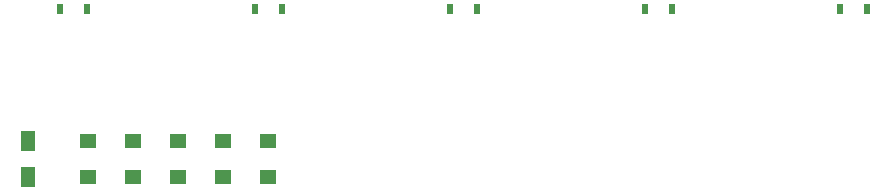
<source format=gtp>
G75*
G70*
%OFA0B0*%
%FSLAX24Y24*%
%IPPOS*%
%LPD*%
%AMOC8*
5,1,8,0,0,1.08239X$1,22.5*
%
%ADD10R,0.0551X0.0472*%
%ADD11R,0.0248X0.0327*%
%ADD12R,0.0472X0.0709*%
D10*
X004300Y002896D03*
X004300Y004077D03*
X005800Y004077D03*
X007300Y004077D03*
X007300Y002896D03*
X005800Y002896D03*
X008800Y002896D03*
X008800Y004077D03*
X010300Y004077D03*
X010300Y002896D03*
D11*
X009847Y008487D03*
X010753Y008487D03*
X016347Y008487D03*
X017253Y008487D03*
X022847Y008487D03*
X023753Y008487D03*
X029347Y008487D03*
X030253Y008487D03*
X004253Y008487D03*
X003347Y008487D03*
D12*
X002300Y002897D03*
X002300Y004077D03*
M02*

</source>
